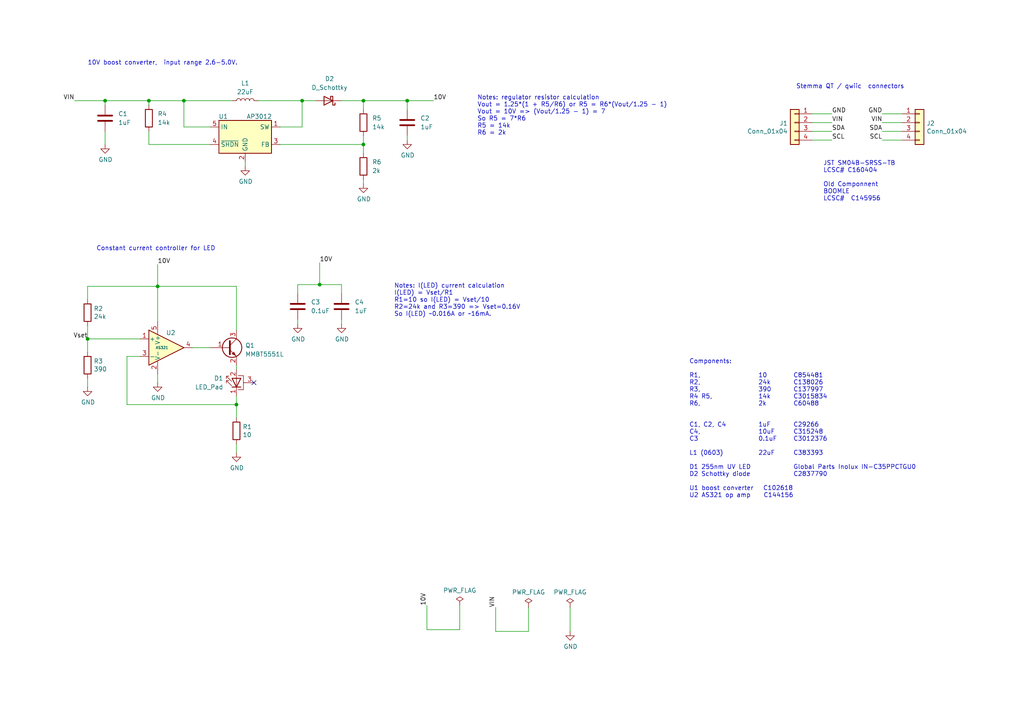
<source format=kicad_sch>
(kicad_sch (version 20230121) (generator eeschema)
  (paper "A4")
  (lib_symbols
    (symbol "Amplifier_Operational:LMV321" (pin_names (offset 0.127))
      (property "Reference" "U" (at 0 5.08 0))
      (property "Value" "LMV321" (at 0 -5.08 0))
      (symbol "LMV321_0_1"
        (polyline (pts (xy -5.08 5.08) (xy 5.08 0) (xy -5.08 -5.08) (xy -5.08 5.08)) (stroke (width 0.254)) (fill (type background)))
        (pin power_in line (at -2.54 -7.62 90) (length 3.81) (name "V-") (number "2"))
        (pin power_in line (at -2.54 7.62 270) (length 3.81) (name "V+") (number "5"))
      )
      (symbol "LMV321_1_1"
        (pin input line (at -7.62 2.54 0) (length 2.54) (name "+") (number "1"))
        (pin input line (at -7.62 -2.54 0) (length 2.54) (name "-") (number "3"))
        (pin output line (at 7.62 0 180) (length 2.54) (name "~") (number "4"))
      )
    )
    (symbol "Connector_Generic:Conn_01x04" (pin_names (offset 1.016) hide)
      (property "Reference" "J" (at 0 5.08 0))
      (property "Value" "Conn_01x04" (at 0 -7.62 0))
      (symbol "Conn_01x04_1_1"
        (rectangle (start -1.27 -4.953) (end 0 -5.207) (stroke (width 0.1524)))
        (rectangle (start -1.27 -2.413) (end 0 -2.667) (stroke (width 0.1524)))
        (rectangle (start -1.27 0.127) (end 0 -0.127) (stroke (width 0.1524)))
        (rectangle (start -1.27 2.667) (end 0 2.413) (stroke (width 0.1524)))
        (rectangle (start -1.27 3.81) (end 1.27 -6.35) (stroke (width 0.254)) (fill (type background)))
        (pin passive line (at -5.08 2.54 0) (length 3.81) (name "Pin_1") (number "1"))
        (pin passive line (at -5.08 0 0) (length 3.81) (name "Pin_2") (number "2"))
        (pin passive line (at -5.08 -2.54 0) (length 3.81) (name "Pin_3") (number "3"))
        (pin passive line (at -5.08 -5.08 0) (length 3.81) (name "Pin_4") (number "4"))
      )
    )
    (symbol "Device:C" (pin_numbers hide) (pin_names (offset 0.254))
      (property "Reference" "C" (at 0.635 2.54 0))
      (property "Value" "C" (at 0.635 -2.54 0))
      (symbol "C_0_1"
        (polyline (pts (xy -2.032 -0.762) (xy 2.032 -0.762)) (stroke (width 0.508)))
        (polyline (pts (xy -2.032 0.762) (xy 2.032 0.762)) (stroke (width 0.508)))
      )
      (symbol "C_1_1"
        (pin passive line (at 0 3.81 270) (length 2.794) (name "~") (number "1"))
        (pin passive line (at 0 -3.81 90) (length 2.794) (name "~") (number "2"))
      )
    )
    (symbol "Device:D_Schottky" (pin_numbers hide) (pin_names (offset 1.016) hide)
      (property "Reference" "D" (at 0 2.54 0))
      (property "Value" "D_Schottky" (at 0 -2.54 0))
      (symbol "D_Schottky_0_1"
        (polyline (pts (xy 1.27 0) (xy -1.27 0)))
        (polyline (pts (xy 1.27 1.27) (xy 1.27 -1.27) (xy -1.27 0) (xy 1.27 1.27)) (stroke (width 0.254)))
        (polyline (pts (xy -1.905 0.635) (xy -1.905 1.27) (xy -1.27 1.27) (xy -1.27 -1.27) (xy -0.635 -1.27) (xy -0.635 -0.635)) (stroke (width 0.254)))
      )
      (symbol "D_Schottky_1_1"
        (pin passive line (at -3.81 0 0) (length 2.54) (name "K") (number "1"))
        (pin passive line (at 3.81 0 180) (length 2.54) (name "A") (number "2"))
      )
    )
    (symbol "Device:L" (pin_numbers hide) (pin_names (offset 1.016) hide)
      (property "Reference" "L" (at -1.27 0 90))
      (property "Value" "L" (at 1.905 0 90))
      (symbol "L_0_1"
        (arc (start 0 -2.54) (mid 0.6323 -1.905) (end 0 -1.27))
        (arc (start 0 -1.27) (mid 0.6323 -0.635) (end 0 0))
        (arc (start 0 0) (mid 0.6323 0.635) (end 0 1.27))
        (arc (start 0 1.27) (mid 0.6323 1.905) (end 0 2.54))
      )
      (symbol "L_1_1"
        (pin passive line (at 0 3.81 270) (length 1.27) (name "1") (number "1"))
        (pin passive line (at 0 -3.81 90) (length 1.27) (name "2") (number "2"))
      )
    )
    (symbol "Device:LED_Pad" (pin_names (offset 1.016) hide)
      (property "Reference" "D" (at 0 5.715 0))
      (property "Value" "LED_Pad" (at 0 3.81 0))
      (symbol "LED_Pad_0_1"
        (polyline (pts (xy -1.27 -1.27) (xy -1.27 1.27)) (stroke (width 0.254)))
        (polyline (pts (xy -1.27 0) (xy 1.27 0)))
        (polyline (pts (xy 0 -2.54) (xy 0 -2.032)))
        (polyline (pts (xy -2.032 -0.508) (xy -2.032 -2.032) (xy 2.032 -2.032) (xy 2.032 -0.508)))
        (polyline (pts (xy 1.27 -1.27) (xy 1.27 1.27) (xy -1.27 0) (xy 1.27 -1.27)) (stroke (width 0.254)))
        (polyline (pts (xy -0.889 1.397) (xy 0.635 2.921) (xy -0.127 2.921) (xy 0.635 2.921) (xy 0.635 2.159)))
        (polyline (pts (xy 0.381 1.397) (xy 1.905 2.921) (xy 1.143 2.921) (xy 1.905 2.921) (xy 1.905 2.159)))
      )
      (symbol "LED_Pad_1_1"
        (pin passive line (at -3.81 0 0) (length 2.54) (name "K") (number "1"))
        (pin passive line (at 3.81 0 180) (length 2.54) (name "A") (number "2"))
        (pin passive line (at 0 -5.08 90) (length 2.54) (name "PAD") (number "3"))
      )
    )
    (symbol "Device:R" (pin_numbers hide) (pin_names (offset 0))
      (property "Reference" "R" (at 2.032 0 90))
      (property "Value" "R" (at 0 0 90))
      (symbol "R_0_1"
        (rectangle (start -1.016 -2.54) (end 1.016 2.54) (stroke (width 0.254)))
      )
      (symbol "R_1_1"
        (pin passive line (at 0 3.81 270) (length 1.27) (name "~") (number "1"))
        (pin passive line (at 0 -3.81 90) (length 1.27) (name "~") (number "2"))
      )
    )
    (symbol "Regulator_Switching:AP3012"
      (property "Reference" "U" (at -7.62 5.715 0))
      (property "Value" "AP3012" (at 0 5.715 0))
      (symbol "AP3012_0_1"
        (rectangle (start -7.62 4.445) (end 7.62 -5.08) (stroke (width 0.254)) (fill (type background)))
      )
      (symbol "AP3012_1_1"
        (pin passive line (at 10.16 2.54 180) (length 2.54) (name "SW") (number "1"))
        (pin power_in line (at 0 -7.62 90) (length 2.54) (name "GND") (number "2"))
        (pin input line (at 10.16 -2.54 180) (length 2.54) (name "FB") (number "3"))
        (pin input line (at -10.16 -2.54 0) (length 2.54) (name "~{SHDN}") (number "4"))
        (pin power_in line (at -10.16 2.54 0) (length 2.54) (name "IN") (number "5"))
      )
    )
    (symbol "Transistor_BJT:MMBT5551L" (pin_names (offset 0) hide)
      (property "Reference" "Q" (at 5.08 1.905 0))
      (property "Value" "MMBT5551L" (at 5.08 0 0))
      (symbol "MMBT5551L_0_1"
        (polyline (pts (xy 0.635 0.635) (xy 2.54 2.54)))
        (polyline (pts (xy 0.635 -0.635) (xy 2.54 -2.54) (xy 2.54 -2.54)))
        (polyline (pts (xy 0.635 1.905) (xy 0.635 -1.905) (xy 0.635 -1.905)) (stroke (width 0.508)))
        (polyline (pts (xy 1.27 -1.778) (xy 1.778 -1.27) (xy 2.286 -2.286) (xy 1.27 -1.778) (xy 1.27 -1.778)) (fill (type outline)))
        (circle (center 1.27 0) (radius 2.8194) (stroke (width 0.254)))
      )
      (symbol "MMBT5551L_1_1"
        (pin input line (at -5.08 0 0) (length 5.715) (name "B") (number "1"))
        (pin passive line (at 2.54 -5.08 90) (length 2.54) (name "E") (number "2"))
        (pin passive line (at 2.54 5.08 270) (length 2.54) (name "C") (number "3"))
      )
    )
    (symbol "power:GND" (power) (pin_names (offset 0))
      (property "Value" "GND" (at 0 -3.81 0))
      (symbol "GND_0_1"
        (polyline (pts (xy 0 0) (xy 0 -1.27) (xy 1.27 -1.27) (xy 0 -2.54) (xy -1.27 -1.27) (xy 0 -1.27)))
      )
      (symbol "GND_1_1"
        (pin power_in line (at 0 0 270) (length 0) hide (name "GND") (number "1"))
      )
    )
    (symbol "power:PWR_FLAG" (power) (pin_numbers hide) (pin_names (offset 0) hide)
      (property "Value" "PWR_FLAG" (at 0 3.81 0))
      (symbol "PWR_FLAG_0_0"
        (pin power_out line (at 0 0 90) (length 0) (name "pwr") (number "1"))
      )
      (symbol "PWR_FLAG_0_1"
        (polyline (pts (xy 0 0) (xy 0 1.27) (xy -1.016 1.905) (xy 0 2.54) (xy 1.016 1.905) (xy 0 1.27)))
      )
    )
  )
  (junction (at 45.72 83.058))
  (junction (at 68.58 117.348))
  (junction (at 43.18 29.21))
  (junction (at 87.63 29.21))
  (junction (at 92.71 82.55))
  (junction (at 53.34 29.21))
  (junction (at 105.41 29.21))
  (junction (at 30.48 29.21))
  (junction (at 105.41 41.91))
  (junction (at 25.4 98.298))
  (junction (at 118.11 29.21))
  (no_connect (at 73.66 110.998))
  (wire (pts (xy 53.34 29.21) (xy 67.31 29.21)))
  (wire (pts (xy 36.83 103.378) (xy 40.64 103.378)))
  (wire (pts (xy 92.71 76.2) (xy 92.71 82.55)))
  (wire (pts (xy 68.58 117.348) (xy 36.83 117.348)))
  (wire (pts (xy 235.585 35.56) (xy 241.3 35.56)))
  (wire (pts (xy 68.58 128.778) (xy 68.58 131.318)))
  (wire (pts (xy 261.62 38.1) (xy 255.905 38.1)))
  (wire (pts (xy 68.58 114.808) (xy 68.58 117.348)))
  (wire (pts (xy 118.11 39.37) (xy 118.11 40.64)))
  (wire (pts (xy 25.4 83.058) (xy 25.4 86.868)))
  (wire (pts (xy 133.35 175.641) (xy 133.35 182.626)))
  (wire (pts (xy 68.58 83.058) (xy 68.58 95.758)))
  (wire (pts (xy 25.4 98.298) (xy 25.4 94.488)))
  (wire (pts (xy 261.62 35.56) (xy 255.905 35.56)))
  (wire (pts (xy 235.585 33.02) (xy 241.3 33.02)))
  (wire (pts (xy 25.4 98.298) (xy 25.4 102.108)))
  (wire (pts (xy 45.72 108.458) (xy 45.72 110.998)))
  (wire (pts (xy 261.62 33.02) (xy 255.905 33.02)))
  (wire (pts (xy 43.18 29.21) (xy 53.34 29.21)))
  (wire (pts (xy 92.71 82.55) (xy 99.06 82.55)))
  (wire (pts (xy 87.63 36.83) (xy 81.28 36.83)))
  (wire (pts (xy 30.48 29.21) (xy 43.18 29.21)))
  (wire (pts (xy 153.289 183.134) (xy 143.764 183.134)))
  (wire (pts (xy 99.06 92.71) (xy 99.06 93.98)))
  (wire (pts (xy 45.72 83.058) (xy 45.72 93.218)))
  (wire (pts (xy 153.289 176.149) (xy 153.289 183.134)))
  (wire (pts (xy 43.18 30.48) (xy 43.18 29.21)))
  (wire (pts (xy 99.06 82.55) (xy 99.06 85.09)))
  (wire (pts (xy 86.36 92.71) (xy 86.36 93.98)))
  (wire (pts (xy 43.18 41.91) (xy 60.96 41.91)))
  (wire (pts (xy 81.28 41.91) (xy 105.41 41.91)))
  (wire (pts (xy 105.41 29.21) (xy 118.11 29.21)))
  (wire (pts (xy 261.62 40.64) (xy 255.905 40.64)))
  (wire (pts (xy 143.764 183.134) (xy 143.764 176.149)))
  (wire (pts (xy 25.4 109.728) (xy 25.4 112.268)))
  (wire (pts (xy 105.41 29.21) (xy 105.41 31.75)))
  (wire (pts (xy 68.58 105.918) (xy 68.58 107.188)))
  (wire (pts (xy 105.41 52.07) (xy 105.41 53.34)))
  (wire (pts (xy 105.41 39.37) (xy 105.41 41.91)))
  (wire (pts (xy 25.4 98.298) (xy 40.64 98.298)))
  (wire (pts (xy 45.72 83.058) (xy 25.4 83.058)))
  (wire (pts (xy 71.12 46.99) (xy 71.12 48.26)))
  (wire (pts (xy 43.18 38.1) (xy 43.18 41.91)))
  (wire (pts (xy 99.06 29.21) (xy 105.41 29.21)))
  (wire (pts (xy 30.48 38.1) (xy 30.48 41.91)))
  (wire (pts (xy 118.11 29.21) (xy 125.73 29.21)))
  (wire (pts (xy 133.35 182.626) (xy 123.825 182.626)))
  (wire (pts (xy 86.36 82.55) (xy 92.71 82.55)))
  (wire (pts (xy 45.72 83.058) (xy 68.58 83.058)))
  (wire (pts (xy 74.93 29.21) (xy 87.63 29.21)))
  (wire (pts (xy 118.11 29.21) (xy 118.11 31.75)))
  (wire (pts (xy 87.63 29.21) (xy 87.63 36.83)))
  (wire (pts (xy 123.825 182.626) (xy 123.825 175.641)))
  (wire (pts (xy 235.585 38.1) (xy 241.3 38.1)))
  (wire (pts (xy 60.96 36.83) (xy 53.34 36.83)))
  (wire (pts (xy 30.48 30.48) (xy 30.48 29.21)))
  (wire (pts (xy 165.354 176.149) (xy 165.354 183.134)))
  (wire (pts (xy 21.59 29.21) (xy 30.48 29.21)))
  (wire (pts (xy 105.41 41.91) (xy 105.41 44.45)))
  (wire (pts (xy 55.88 100.838) (xy 60.96 100.838)))
  (wire (pts (xy 87.63 29.21) (xy 91.44 29.21)))
  (wire (pts (xy 36.83 117.348) (xy 36.83 103.378)))
  (wire (pts (xy 45.72 76.708) (xy 45.72 83.058)))
  (wire (pts (xy 53.34 36.83) (xy 53.34 29.21)))
  (wire (pts (xy 86.36 85.09) (xy 86.36 82.55)))
  (wire (pts (xy 235.585 40.64) (xy 241.3 40.64)))
  (wire (pts (xy 68.58 117.348) (xy 68.58 121.158)))
  (text "JST SM04B-SRSS-TB\nLCSC# C160404\n\nOld Componnent\nBOOMLE\nLCSC#  C145956\n" (at 238.76 58.42 0) (effects (font (size 1.27 1.27)) (justify left bottom)))
  (text "Stemma QT / qwiic  connectors\n" (at 230.886 25.908 0) (effects (font (size 1.27 1.27)) (justify left bottom)))
  (text "Components:\n\nR1,				10		C854481\nR2,				24k		C138026\nR3,				390		C137997\nR4 R5,			14k		C3015834\nR6,				2k		C60488\n\n\nC1, C2, C4		1uF		C29266\nC4,				10uF	C315248\nC3				0.1uF	C3012376\n\nL1 (0603)		22uF	C383393\n\nD1 255nm UV LED			Global Parts Inolux IN-C35PPCTGU0\nD2 Schottky diode 		C2837790\n\nU1 boost converter   C102618\nU2 AS321 op amp    C144156\n\n" (at 199.898 146.558 0) (effects (font (size 1.27 1.27)) (justify left bottom)))
  (text "Constant current controller for LED" (at 27.94 72.898 0) (effects (font (size 1.27 1.27)) (justify left bottom)))
  (text "10V boost converter,  input range 2.6-5.0V. " (at 25.4 19.05 0) (effects (font (size 1.27 1.27)) (justify left bottom)))
  (text "Notes: regulator resistor calculation\nVout = 1.25*(1 + R5/R6) or R5 = R6*(Vout/1.25 - 1)\nVout = 10V => (Vout/1.25 - 1) = 7\nSo R5 = 7*R6\nR5 = 14k\nR6 = 2k\n" (at 138.43 39.37 0) (effects (font (size 1.27 1.27)) (justify left bottom)))
  (text "Notes: I(LED) current calculation\nI(LED) = Vset/R1\nR1=10 so I(LED) = Vset/10\nR2=24k and R3=390 => Vset=0.16V\nSo I(LED) ~0.016A or ~16mA. \n\n" (at 114.3 93.98 0) (effects (font (size 1.27 1.27)) (justify left bottom)))
  (label "SCL" (at 241.3 40.64 0))
  (label "SCL" (at 255.905 40.64 180))
  (label "Vset" (at 25.4 98.298 180))
  (label "SDA" (at 255.905 38.1 180))
  (label "VIN" (at 143.764 176.149 90))
  (label "10V" (at 45.72 76.708 0))
  (label "VIN" (at 21.59 29.21 180))
  (label "10V" (at 125.73 29.21 0))
  (label "10V" (at 92.71 76.2 0))
  (label "VIN" (at 255.905 35.56 180))
  (label "VIN" (at 241.3 35.56 0))
  (label "GND" (at 241.3 33.02 0))
  (label "GND" (at 255.905 33.02 180))
  (label "10V" (at 123.825 175.641 90))
  (label "SDA" (at 241.3 38.1 0))
  (symbol (lib_id "Connector_Generic:Conn_01x04") (at 230.505 35.56 0) (mirror y) (unit 1)
    (property "Reference" "J1" (at 228.473 35.7632 0) (effects (justify left)))
    (property "Value" "Conn_01x04" (at 228.473 38.0746 0) (effects (justify left)))
    (property "Footprint" "JST_SH_SM04B_custom:JST_SH_SM04B-SRSS-TB_1x04-1MP_P1.00mm_Horizontal" (effects hide))
  )
  (symbol (lib_id "Connector_Generic:Conn_01x04") (at 266.7 35.56 0) (unit 1)
    (property "Reference" "J2" (at 268.732 35.7632 0) (effects (justify left)))
    (property "Value" "Conn_01x04" (at 268.732 38.0746 0) (effects (justify left)))
    (property "Footprint" "JST_SH_SM04B_custom:JST_SH_SM04B-SRSS-TB_1x04-1MP_P1.00mm_Horizontal" (effects hide))
  )
  (symbol (lib_id "Device:R") (at 68.58 124.968 0) (unit 1)
    (property "Reference" "R1" (at 70.358 123.7996 0) (effects (justify left)))
    (property "Value" "10" (at 70.358 126.111 0) (effects (justify left)))
    (property "Footprint" "Resistor_SMD:R_0402_1005Metric" (effects hide))
  )
  (symbol (lib_id "power:GND") (at 68.58 131.318 0) (unit 1)
    (property "Reference" "#PWR08" (effects hide))
    (property "Value" "GND" (at 68.707 135.7122 0))
  )
  (symbol (lib_id "power:PWR_FLAG") (at 165.354 176.149 0) (unit 1)
    (property "Reference" "#FLG0101" (effects hide))
    (property "Value" "PWR_FLAG" (at 165.354 171.7548 0))
  )
  (symbol (lib_id "power:PWR_FLAG") (at 153.289 176.149 0) (unit 1)
    (property "Reference" "#FLG0102" (effects hide))
    (property "Value" "PWR_FLAG" (at 153.289 171.7548 0))
  )
  (symbol (lib_id "power:GND") (at 165.354 183.134 0) (unit 1)
    (property "Reference" "#PWR0101" (effects hide))
    (property "Value" "GND" (at 165.481 187.5282 0))
  )
  (symbol (lib_id "Device:C") (at 99.06 88.9 0) (unit 1)
    (property "Reference" "C4" (at 102.87 87.63 0) (effects (justify left)))
    (property "Value" "1uF" (at 102.87 90.17 0) (effects (justify left)))
    (property "Footprint" "Capacitor_SMD:C_0402_1005Metric" (effects hide))
  )
  (symbol (lib_id "Device:C") (at 86.36 88.9 0) (unit 1)
    (property "Reference" "C3" (at 90.17 87.63 0) (effects (justify left)))
    (property "Value" "0.1uF" (at 90.17 90.17 0) (effects (justify left)))
    (property "Footprint" "Capacitor_SMD:C_0402_1005Metric" (effects hide))
  )
  (symbol (lib_id "Device:R") (at 105.41 35.56 0) (unit 1)
    (property "Reference" "R5" (at 107.95 34.29 0) (effects (justify left)))
    (property "Value" "14k" (at 107.95 36.83 0) (effects (justify left)))
    (property "Footprint" "Resistor_SMD:R_0402_1005Metric" (effects hide))
  )
  (symbol (lib_id "power:GND") (at 99.06 93.98 0) (unit 1)
    (property "Reference" "#PWR06" (effects hide))
    (property "Value" "GND" (at 99.187 98.3742 0))
  )
  (symbol (lib_id "Device:LED_Pad") (at 68.58 110.998 90) (unit 1)
    (property "Reference" "D1" (at 64.77 109.728 90) (effects (justify left)))
    (property "Value" "LED_Pad" (at 64.77 112.268 90) (effects (justify left)))
    (property "Footprint" "LED_1414:LED_1414" (effects hide))
  )
  (symbol (lib_id "power:GND") (at 118.11 40.64 0) (unit 1)
    (property "Reference" "#PWR012" (effects hide))
    (property "Value" "GND" (at 118.237 45.0342 0))
  )
  (symbol (lib_id "power:GND") (at 30.48 41.91 0) (unit 1)
    (property "Reference" "#PWR02" (effects hide))
    (property "Value" "GND" (at 30.607 46.3042 0))
  )
  (symbol (lib_id "Device:R") (at 105.41 48.26 0) (unit 1)
    (property "Reference" "R6" (at 107.95 46.99 0) (effects (justify left)))
    (property "Value" "2k" (at 107.95 49.53 0) (effects (justify left)))
    (property "Footprint" "Resistor_SMD:R_0402_1005Metric" (effects hide))
  )
  (symbol (lib_id "power:GND") (at 45.72 110.998 0) (unit 1)
    (property "Reference" "#PWR04" (effects hide))
    (property "Value" "GND" (at 45.847 115.3922 0))
  )
  (symbol (lib_id "power:GND") (at 71.12 48.26 0) (unit 1)
    (property "Reference" "#PWR01" (effects hide))
    (property "Value" "GND" (at 71.247 52.6542 0))
  )
  (symbol (lib_id "Device:C") (at 30.48 34.29 180) (unit 1)
    (property "Reference" "C1" (at 34.29 33.02 0) (effects (justify right)))
    (property "Value" "1uF" (at 34.29 35.56 0) (effects (justify right)))
    (property "Footprint" "Capacitor_SMD:C_0402_1005Metric" (effects hide))
  )
  (symbol (lib_id "Device:R") (at 43.18 34.29 0) (unit 1)
    (property "Reference" "R4" (at 45.72 33.02 0) (effects (justify left)))
    (property "Value" "14k" (at 45.72 35.56 0) (effects (justify left)))
    (property "Footprint" "Resistor_SMD:R_0402_1005Metric" (effects hide))
  )
  (symbol (lib_id "power:PWR_FLAG") (at 133.35 175.641 0) (unit 1)
    (property "Reference" "#FLG01" (effects hide))
    (property "Value" "PWR_FLAG" (at 133.35 171.2468 0))
  )
  (symbol (lib_id "power:GND") (at 86.36 93.98 0) (unit 1)
    (property "Reference" "#PWR05" (effects hide))
    (property "Value" "GND" (at 86.487 98.3742 0))
  )
  (symbol (lib_id "Regulator_Switching:AP3012") (at 71.12 39.37 0) (unit 1)
    (property "Reference" "U1" (at 64.77 33.782 0))
    (property "Value" "AP3012" (at 75.184 33.782 0))
    (property "Footprint" "Package_TO_SOT_SMD:SOT-23-5" (effects hide))
    (property "Datasheet" "https://www.diodes.com/assets/Datasheets/AP3012.pdf" (effects hide))
  )
  (symbol (lib_id "power:GND") (at 25.4 112.268 0) (unit 1)
    (property "Reference" "#PWR07" (effects hide))
    (property "Value" "GND" (at 25.527 116.6622 0))
  )
  (symbol (lib_id "Device:C") (at 118.11 35.56 180) (unit 1)
    (property "Reference" "C2" (at 121.92 34.29 0) (effects (justify right)))
    (property "Value" "1uF" (at 121.92 36.83 0) (effects (justify right)))
    (property "Footprint" "Capacitor_SMD:C_0402_1005Metric" (effects hide))
  )
  (symbol (lib_id "Device:R") (at 25.4 90.678 0) (unit 1)
    (property "Reference" "R2" (at 27.178 89.5096 0) (effects (justify left)))
    (property "Value" "24k" (at 27.178 91.821 0) (effects (justify left)))
    (property "Footprint" "Resistor_SMD:R_0402_1005Metric" (effects hide))
  )
  (symbol (lib_id "Amplifier_Operational:LMV321") (at 48.26 100.838 0) (unit 1)
    (property "Reference" "U2" (at 49.53 96.52 0))
    (property "Value" "AS321" (at 46.99 100.838 0) (effects (font (size 0.762 0.762))))
    (property "Footprint" "Package_TO_SOT_SMD:SOT-23-5" (effects hide))
    (property "Datasheet" "http://www.ti.com/lit/ds/symlink/lmv324.pdf" (effects hide))
  )
  (symbol (lib_id "Transistor_BJT:MMBT5551L") (at 66.04 100.838 0) (unit 1)
    (property "Reference" "Q1" (at 71.12 100.203 0) (effects (justify left)))
    (property "Value" "MMBT5551L" (at 71.12 102.743 0) (effects (justify left)))
    (property "Footprint" "Package_TO_SOT_SMD:SOT-23" (effects hide))
    (property "Datasheet" "www.onsemi.com/pub/Collateral/MMBT5550LT1-D.PDF" (effects hide))
  )
  (symbol (lib_id "power:GND") (at 105.41 53.34 0) (unit 1)
    (property "Reference" "#PWR03" (effects hide))
    (property "Value" "GND" (at 105.537 57.7342 0))
  )
  (symbol (lib_id "Device:D_Schottky") (at 95.25 29.21 180) (unit 1)
    (property "Reference" "D2" (at 95.5675 22.86 0))
    (property "Value" "D_Schottky" (at 95.5675 25.4 0))
    (property "Footprint" "Diode_SMD:D_SOD-523" (effects hide))
  )
  (symbol (lib_id "Device:R") (at 25.4 105.918 0) (unit 1)
    (property "Reference" "R3" (at 27.178 104.7496 0) (effects (justify left)))
    (property "Value" "390" (at 27.178 107.061 0) (effects (justify left)))
    (property "Footprint" "Resistor_SMD:R_0402_1005Metric" (effects hide))
  )
  (symbol (lib_id "Device:L") (at 71.12 29.21 90) (unit 1)
    (property "Reference" "L1" (at 71.12 24.13 90))
    (property "Value" "22uF" (at 71.12 26.67 90))
    (property "Footprint" "Inductor_SMD:L_0603_1608Metric" (effects hide))
  )
)
</source>
